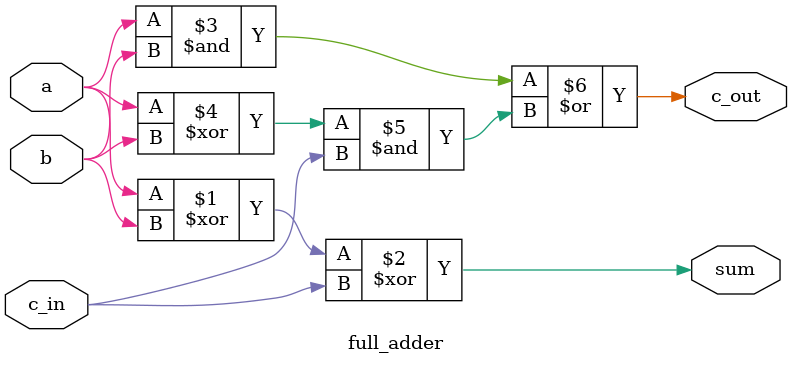
<source format=v>
`timescale 1ns / 1ps

module full_adder(
    input a, b, c_in,
    output sum, c_out

    );
    
    assign sum = a ^ b ^ c_in;
    assign c_out = (a & b)|((a ^ b) & c_in);
    
endmodule

</source>
